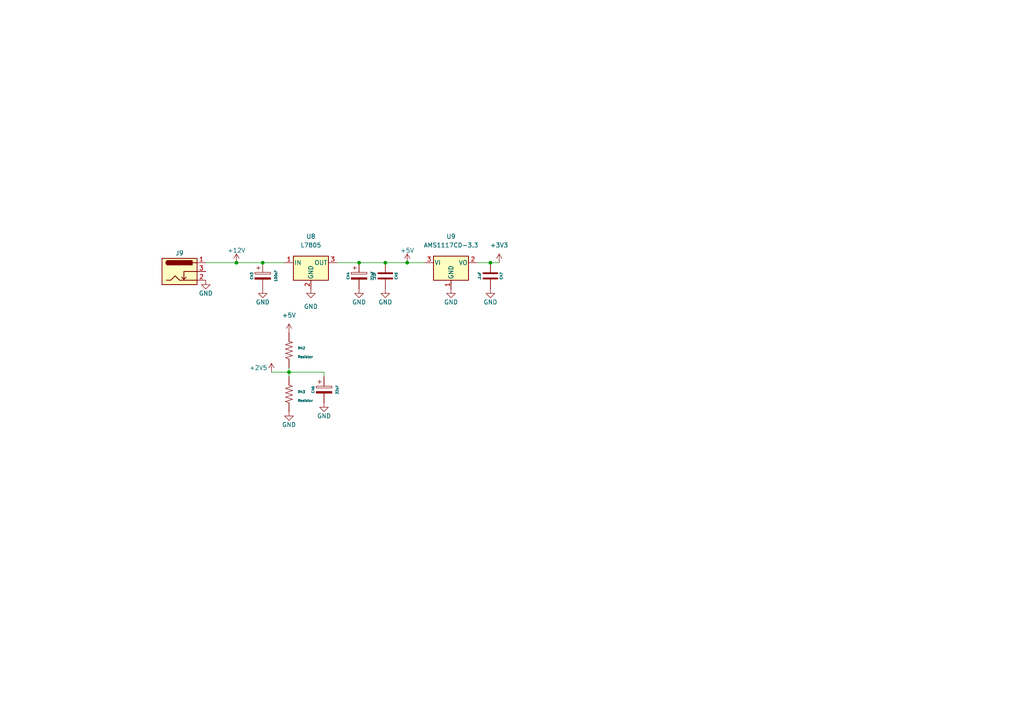
<source format=kicad_sch>
(kicad_sch (version 20211123) (generator eeschema)
  (paper "A4")
  (lib_symbols
    (symbol "Connector:Barrel_Jack_Switch" (pin_names hide)
      (property "Reference" "J" (at 0 5.334 0))
      (property "Value" "Barrel_Jack_Switch" (at 0 -5.08 0))
      (symbol "Barrel_Jack_Switch_0_1"
        (rectangle (start -5.08 3.81) (end 5.08 -3.81) (stroke (width 0.254)) (fill (type background)))
        (arc (start -3.302 3.175) (mid -3.937 2.54) (end -3.302 1.905) (stroke (width 0.254)))
        (arc (start -3.302 3.175) (mid -3.937 2.54) (end -3.302 1.905) (stroke (width 0.254)) (fill (type outline)))
        (polyline (pts (xy 1.27 -2.286) (xy 1.905 -1.651)) (stroke (width 0.254)))
        (polyline (pts (xy 5.08 2.54) (xy 3.81 2.54)) (stroke (width 0.254)))
        (polyline (pts (xy 5.08 0) (xy 1.27 0) (xy 1.27 -2.286) (xy 0.635 -1.651)) (stroke (width 0.254)))
        (polyline (pts (xy -3.81 -2.54) (xy -2.54 -2.54) (xy -1.27 -1.27) (xy 0 -2.54) (xy 2.54 -2.54) (xy 5.08 -2.54)) (stroke (width 0.254)))
        (rectangle (start 3.683 3.175) (end -3.302 1.905) (stroke (width 0.254)) (fill (type outline)))
      )
      (symbol "Barrel_Jack_Switch_1_1"
        (pin passive line (at 7.62 2.54 180) (length 2.54) (name "~") (number "1"))
        (pin passive line (at 7.62 -2.54 180) (length 2.54) (name "~") (number "2"))
        (pin passive line (at 7.62 0 180) (length 2.54) (name "~") (number "3"))
      )
    )
    (symbol "Regulator_Linear:AMS1117CD-3.3" (pin_names (offset 0.254))
      (property "Reference" "U" (at -3.81 3.175 0))
      (property "Value" "AMS1117CD-3.3" (at 0 3.175 0))
      (symbol "AMS1117CD-3.3_0_1"
        (rectangle (start -5.08 -5.08) (end 5.08 1.905) (stroke (width 0.254)) (fill (type background)))
      )
      (symbol "AMS1117CD-3.3_1_1"
        (pin power_in line (at 0 -7.62 90) (length 2.54) (name "GND") (number "1"))
        (pin power_out line (at 7.62 0 180) (length 2.54) (name "VO") (number "2"))
        (pin power_in line (at -7.62 0 0) (length 2.54) (name "VI") (number "3"))
      )
    )
    (symbol "Regulator_Linear:L7805" (pin_names (offset 0.254))
      (property "Reference" "U" (at -3.81 3.175 0))
      (property "Value" "L7805" (at 0 3.175 0))
      (symbol "L7805_0_1"
        (rectangle (start -5.08 1.905) (end 5.08 -5.08) (stroke (width 0.254)) (fill (type background)))
      )
      (symbol "L7805_1_1"
        (pin power_in line (at -7.62 0 0) (length 2.54) (name "IN") (number "1"))
        (pin power_in line (at 0 -7.62 90) (length 2.54) (name "GND") (number "2"))
        (pin power_out line (at 7.62 0 180) (length 2.54) (name "OUT") (number "3"))
      )
    )
    (symbol "Xenir:Cap_Polarized" (pin_names (offset 1.016))
      (property "Reference" "C" (at 0 -5.715 0))
      (property "Value" "Cap_Polarized" (at 0 1.27 0))
      (symbol "Cap_Polarized_1_1"
        (rectangle (start -0.508 -4.826) (end -1.016 -0.254))
        (polyline (pts (xy -2.794 -3.81) (xy -1.778 -3.81)))
        (polyline (pts (xy -2.286 -4.318) (xy -2.286 -3.302)))
        (rectangle (start 0.508 -0.254) (end 1.016 -4.826) (fill (type outline)))
        (pin passive line (at -3.81 -2.54 0) (length 2.794) (name "~") (number "1"))
        (pin passive line (at 3.81 -2.54 180) (length 2.794) (name "~") (number "2"))
      )
    )
    (symbol "Xenir:Capacitor" (pin_names (offset 1.016))
      (property "Reference" "C" (at 0 3.175 0))
      (property "Value" "Capacitor" (at 0 -3.175 0))
      (symbol "Capacitor_1_1"
        (polyline (pts (xy -0.762 -2.032) (xy -0.762 2.032)) (stroke (width 0.508)))
        (polyline (pts (xy 0.762 -2.032) (xy 0.762 2.032)) (stroke (width 0.508)))
        (pin passive line (at -3.81 0 0) (length 2.794) (name "~") (number "1"))
        (pin passive line (at 3.81 0 180) (length 2.794) (name "~") (number "2"))
      )
    )
    (symbol "Xenir:Resistor" (pin_names (offset 1.016))
      (property "Reference" "R" (at 0 1.905 0))
      (property "Value" "Resistor" (at 0 -1.905 0))
      (symbol "Resistor_1_1"
        (polyline (pts (xy -2.54 0) (xy -2.159 1.016)))
        (polyline (pts (xy -2.159 1.016) (xy -1.524 -1.016)))
        (polyline (pts (xy -1.524 -1.016) (xy -0.889 1.016)))
        (polyline (pts (xy -0.889 1.016) (xy -0.254 -1.016)))
        (polyline (pts (xy -0.254 -1.016) (xy 0.381 1.016)))
        (polyline (pts (xy 0.381 1.016) (xy 1.016 -1.016)))
        (polyline (pts (xy 1.016 -1.016) (xy 1.651 1.016)))
        (polyline (pts (xy 1.651 1.016) (xy 2.286 -1.016)))
        (polyline (pts (xy 2.286 -1.016) (xy 2.54 0)))
        (pin passive line (at -5.08 0 0) (length 2.54) (name "1") (number "1"))
        (pin passive line (at 5.08 0 180) (length 2.54) (name "2") (number "2"))
      )
    )
    (symbol "power:+12V" (power) (pin_names (offset 0))
      (property "Value" "+12V" (at 0 3.556 0))
      (symbol "+12V_0_1"
        (polyline (pts (xy -0.762 1.27) (xy 0 2.54)))
        (polyline (pts (xy 0 0) (xy 0 2.54)))
        (polyline (pts (xy 0 2.54) (xy 0.762 1.27)))
      )
      (symbol "+12V_1_1"
        (pin power_in line (at 0 0 90) (length 0) hide (name "+12V") (number "1"))
      )
    )
    (symbol "power:+2V5" (power) (pin_names (offset 0))
      (property "Value" "+2V5" (at 0 3.556 0))
      (symbol "+2V5_0_1"
        (polyline (pts (xy -0.762 1.27) (xy 0 2.54)))
        (polyline (pts (xy 0 0) (xy 0 2.54)))
        (polyline (pts (xy 0 2.54) (xy 0.762 1.27)))
      )
      (symbol "+2V5_1_1"
        (pin power_in line (at 0 0 90) (length 0) hide (name "+2V5") (number "1"))
      )
    )
    (symbol "power:+3V3" (power) (pin_names (offset 0))
      (property "Value" "+3V3" (at 0 3.556 0))
      (symbol "+3V3_0_1"
        (polyline (pts (xy -0.762 1.27) (xy 0 2.54)))
        (polyline (pts (xy 0 0) (xy 0 2.54)))
        (polyline (pts (xy 0 2.54) (xy 0.762 1.27)))
      )
      (symbol "+3V3_1_1"
        (pin power_in line (at 0 0 90) (length 0) hide (name "+3V3") (number "1"))
      )
    )
    (symbol "power:+5V" (power) (pin_names (offset 0))
      (property "Value" "+5V" (at 0 3.556 0))
      (symbol "+5V_0_1"
        (polyline (pts (xy -0.762 1.27) (xy 0 2.54)))
        (polyline (pts (xy 0 0) (xy 0 2.54)))
        (polyline (pts (xy 0 2.54) (xy 0.762 1.27)))
      )
      (symbol "+5V_1_1"
        (pin power_in line (at 0 0 90) (length 0) hide (name "+5V") (number "1"))
      )
    )
    (symbol "power:GND" (power) (pin_names (offset 0))
      (property "Value" "GND" (at 0 -3.81 0))
      (symbol "GND_0_1"
        (polyline (pts (xy 0 0) (xy 0 -1.27) (xy 1.27 -1.27) (xy 0 -2.54) (xy -1.27 -1.27) (xy 0 -1.27)))
      )
      (symbol "GND_1_1"
        (pin power_in line (at 0 0 270) (length 0) hide (name "GND") (number "1"))
      )
    )
  )
  (junction (at 83.82 107.95))
  (junction (at 104.14 76.2))
  (junction (at 118.11 76.2))
  (junction (at 142.24 76.2))
  (junction (at 76.2 76.2))
  (junction (at 68.58 76.2))
  (junction (at 111.76 76.2))
  (wire (pts (xy 83.82 106.68) (xy 83.82 107.95)))
  (wire (pts (xy 142.24 76.2) (xy 144.78 76.2)))
  (wire (pts (xy 93.98 107.95) (xy 83.82 107.95)))
  (wire (pts (xy 111.76 76.2) (xy 118.11 76.2)))
  (wire (pts (xy 118.11 76.2) (xy 123.19 76.2)))
  (wire (pts (xy 76.2 76.2) (xy 68.58 76.2)))
  (wire (pts (xy 83.82 107.95) (xy 83.82 109.22)))
  (wire (pts (xy 138.43 76.2) (xy 142.24 76.2)))
  (wire (pts (xy 82.55 76.2) (xy 76.2 76.2)))
  (wire (pts (xy 78.74 107.95) (xy 83.82 107.95)))
  (wire (pts (xy 97.79 76.2) (xy 104.14 76.2)))
  (wire (pts (xy 93.98 109.22) (xy 93.98 107.95)))
  (wire (pts (xy 104.14 76.2) (xy 111.76 76.2)))
  (wire (pts (xy 59.69 76.2) (xy 68.58 76.2)))
  (symbol (lib_id "Xenir:Cap_Polarized") (at 78.74 80.01 270) (unit 1)
    (property "Reference" "C43" (at 73.025 80.01 0) (effects (font (size 0.7112 0.7112))))
    (property "Value" "100uF" (at 80.01 80.01 0) (effects (font (size 0.7112 0.7112))))
    (property "Footprint" "Capacitor_SMD:CP_Elec_6.3x5.4" (effects hide))
  )
  (symbol (lib_id "power:+3V3") (at 144.78 76.2 0) (unit 1)
    (property "Reference" "#PWR0186" (effects hide))
    (property "Value" "+3V3" (at 144.78 71.12 0))
  )
  (symbol (lib_id "Xenir:Resistor") (at 83.82 114.3 90) (unit 1)
    (property "Reference" "R43" (at 86.36 113.665 90) (effects (font (size 0.7112 0.7112)) (justify right)))
    (property "Value" "Resistor" (at 86.36 116.205 90) (effects (font (size 0.7112 0.7112)) (justify right)))
    (property "Footprint" "Resistor_SMD:R_0805_2012Metric" (effects hide))
  )
  (symbol (lib_id "Regulator_Linear:AMS1117CD-3.3") (at 130.81 76.2 0) (unit 1)
    (property "Reference" "U9" (at 130.81 68.58 0))
    (property "Value" "AMS1117CD-3.3" (at 130.81 71.12 0))
    (property "Footprint" "Package_TO_SOT_SMD:SOT-223-3_TabPin2" (effects hide))
    (property "Datasheet" "http://www.advanced-monolithic.com/pdf/ds1117.pdf" (effects hide))
  )
  (symbol (lib_id "power:GND") (at 59.69 81.28 0) (unit 1)
    (property "Reference" "#PWR0180" (effects hide))
    (property "Value" "GND" (at 59.69 85.09 0))
  )
  (symbol (lib_id "power:+2V5") (at 78.74 107.95 0) (unit 1)
    (property "Reference" "#PWR0181" (effects hide))
    (property "Value" "+2V5" (at 74.93 106.68 0))
  )
  (symbol (lib_id "Regulator_Linear:L7805") (at 90.17 76.2 0) (unit 1)
    (property "Reference" "U8" (at 90.17 68.58 0))
    (property "Value" "L7805" (at 90.17 71.12 0))
    (property "Footprint" "Package_TO_SOT_SMD:TO-252-3_TabPin2" (effects hide))
    (property "Datasheet" "http://www.st.com/content/ccc/resource/technical/document/datasheet/41/4f/b3/b0/12/d4/47/88/CD00000444.pdf/files/CD00000444.pdf/jcr:content/translations/en.CD00000444.pdf" (effects hide))
  )
  (symbol (lib_id "power:GND") (at 104.14 83.82 0) (unit 1)
    (property "Reference" "#PWR0177" (effects hide))
    (property "Value" "GND" (at 104.14 87.63 0))
  )
  (symbol (lib_id "power:GND") (at 142.24 83.82 0) (unit 1)
    (property "Reference" "#PWR0185" (effects hide))
    (property "Value" "GND" (at 142.24 87.63 0))
  )
  (symbol (lib_id "power:GND") (at 130.81 83.82 0) (unit 1)
    (property "Reference" "#PWR0182" (effects hide))
    (property "Value" "GND" (at 130.81 87.63 0))
  )
  (symbol (lib_id "Xenir:Cap_Polarized") (at 96.52 113.03 270) (unit 1)
    (property "Reference" "C46" (at 90.805 113.03 0) (effects (font (size 0.7112 0.7112))))
    (property "Value" "22uF" (at 97.79 113.03 0) (effects (font (size 0.7112 0.7112))))
    (property "Footprint" "Capacitor_SMD:CP_Elec_4x5.4" (effects hide))
  )
  (symbol (lib_id "Xenir:Resistor") (at 83.82 101.6 90) (unit 1)
    (property "Reference" "R42" (at 86.36 100.965 90) (effects (font (size 0.7112 0.7112)) (justify right)))
    (property "Value" "Resistor" (at 86.36 103.505 90) (effects (font (size 0.7112 0.7112)) (justify right)))
    (property "Footprint" "Resistor_SMD:R_0805_2012Metric" (effects hide))
  )
  (symbol (lib_id "Xenir:Capacitor") (at 142.24 80.01 270) (unit 1)
    (property "Reference" "C47" (at 145.415 80.01 0) (effects (font (size 0.7112 0.7112))))
    (property "Value" ".1uF" (at 139.065 80.01 0) (effects (font (size 0.7112 0.7112))))
    (property "Footprint" "Xenir:Capacitor 0805" (effects hide))
  )
  (symbol (lib_id "Xenir:Cap_Polarized") (at 106.68 80.01 270) (unit 1)
    (property "Reference" "C44" (at 100.965 80.01 0) (effects (font (size 0.7112 0.7112))))
    (property "Value" "22uF" (at 107.95 80.01 0) (effects (font (size 0.7112 0.7112))))
    (property "Footprint" "Capacitor_SMD:CP_Elec_4x5.4" (effects hide))
  )
  (symbol (lib_id "Connector:Barrel_Jack_Switch") (at 52.07 78.74 0) (unit 1)
    (property "Reference" "J9" (at 52.07 73.406 0))
    (property "Value" "Barrel_Jack_Switch" (effects hide))
    (property "Footprint" "Xenir:BarrelJack_Horizontal" (effects hide))
  )
  (symbol (lib_id "power:+5V") (at 118.11 76.2 0) (unit 1)
    (property "Reference" "#PWR0173" (effects hide))
    (property "Value" "+5V" (at 118.11 72.644 0))
  )
  (symbol (lib_id "power:GND") (at 111.76 83.82 0) (unit 1)
    (property "Reference" "#PWR0178" (effects hide))
    (property "Value" "GND" (at 111.76 87.63 0))
  )
  (symbol (lib_id "power:GND") (at 90.17 83.82 0) (unit 1)
    (property "Reference" "#PWR0174" (effects hide))
    (property "Value" "GND" (at 90.17 88.9 0))
  )
  (symbol (lib_id "Xenir:Capacitor") (at 111.76 80.01 270) (unit 1)
    (property "Reference" "C45" (at 114.935 80.01 0) (effects (font (size 0.7112 0.7112))))
    (property "Value" ".1uF" (at 108.585 80.01 0) (effects (font (size 0.7112 0.7112))))
    (property "Footprint" "Xenir:Capacitor 0805" (effects hide))
  )
  (symbol (lib_id "power:GND") (at 83.82 119.38 0) (unit 1)
    (property "Reference" "#PWR0184" (effects hide))
    (property "Value" "GND" (at 83.82 123.19 0))
  )
  (symbol (lib_id "power:+5V") (at 83.82 96.52 0) (unit 1)
    (property "Reference" "#PWR0179" (effects hide))
    (property "Value" "+5V" (at 83.82 91.44 0))
  )
  (symbol (lib_id "power:GND") (at 76.2 83.82 0) (unit 1)
    (property "Reference" "#PWR0175" (effects hide))
    (property "Value" "GND" (at 76.2 87.63 0))
  )
  (symbol (lib_id "power:GND") (at 93.98 116.84 0) (unit 1)
    (property "Reference" "#PWR0183" (effects hide))
    (property "Value" "GND" (at 93.98 120.65 0))
  )
  (symbol (lib_id "power:+12V") (at 68.58 76.2 0) (unit 1)
    (property "Reference" "#PWR0176" (effects hide))
    (property "Value" "+12V" (at 68.58 72.644 0))
  )
)
</source>
